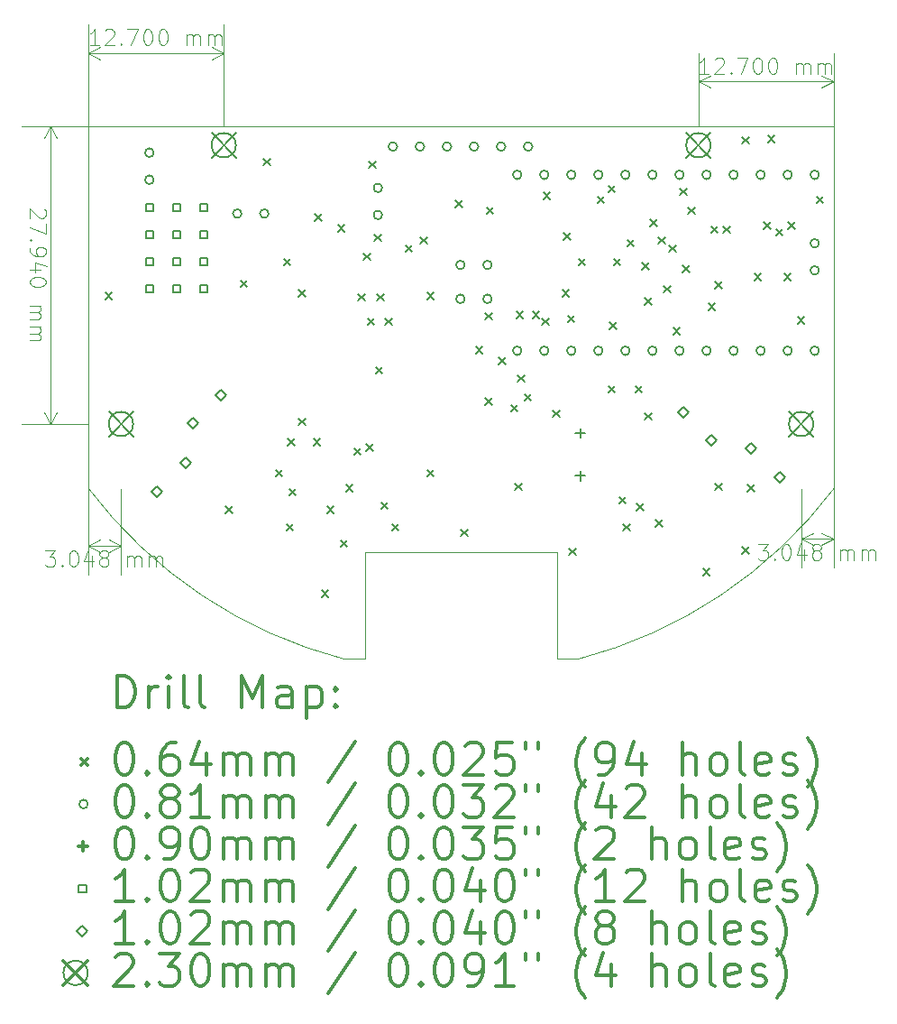
<source format=gbr>
G04 (created by PCBNEW (2013-07-07 BZR 4022)-stable) date 2/19/2015 5:21:26 AM*
%MOIN*%
G04 Gerber Fmt 3.4, Leading zero omitted, Abs format*
%FSLAX34Y34*%
G01*
G70*
G90*
G04 APERTURE LIST*
%ADD10C,0.005*%
%ADD11C,0.00393701*%
%ADD12C,0.00787402*%
%ADD13C,0.011811*%
G04 APERTURE END LIST*
G54D10*
G54D11*
X102367Y-58653D02*
G75*
G02X92910Y-64961I-13785J10425D01*
G74*
G01*
X92913Y-64960D02*
X92125Y-64960D01*
X84251Y-64960D02*
X85039Y-64960D01*
X85039Y-61023D02*
X92125Y-61023D01*
X74797Y-58653D02*
G75*
G03X84255Y-64961I13785J10425D01*
G74*
G01*
X92125Y-61023D02*
X92125Y-64960D01*
X85039Y-61023D02*
X85039Y-64960D01*
X74803Y-58661D02*
X74803Y-45275D01*
X102362Y-45275D02*
X102362Y-58661D01*
X74803Y-45275D02*
X102362Y-45275D01*
G54D12*
X75425Y-51425D02*
X75675Y-51675D01*
X75675Y-51425D02*
X75425Y-51675D01*
X79875Y-59325D02*
X80125Y-59575D01*
X80125Y-59325D02*
X79875Y-59575D01*
X80425Y-50975D02*
X80675Y-51225D01*
X80675Y-50975D02*
X80425Y-51225D01*
X81275Y-46475D02*
X81525Y-46725D01*
X81525Y-46475D02*
X81275Y-46725D01*
X81725Y-57975D02*
X81975Y-58225D01*
X81975Y-57975D02*
X81725Y-58225D01*
X82025Y-50175D02*
X82275Y-50425D01*
X82275Y-50175D02*
X82025Y-50425D01*
X82125Y-59975D02*
X82375Y-60225D01*
X82375Y-59975D02*
X82125Y-60225D01*
X82175Y-56825D02*
X82425Y-57075D01*
X82425Y-56825D02*
X82175Y-57075D01*
X82225Y-58675D02*
X82475Y-58925D01*
X82475Y-58675D02*
X82225Y-58925D01*
X82575Y-51325D02*
X82825Y-51575D01*
X82825Y-51325D02*
X82575Y-51575D01*
X82575Y-56075D02*
X82825Y-56325D01*
X82825Y-56075D02*
X82575Y-56325D01*
X83125Y-56825D02*
X83375Y-57075D01*
X83375Y-56825D02*
X83125Y-57075D01*
X83175Y-48525D02*
X83425Y-48775D01*
X83425Y-48525D02*
X83175Y-48775D01*
X83425Y-62425D02*
X83675Y-62675D01*
X83675Y-62425D02*
X83425Y-62675D01*
X83625Y-59325D02*
X83875Y-59575D01*
X83875Y-59325D02*
X83625Y-59575D01*
X84025Y-48925D02*
X84275Y-49175D01*
X84275Y-48925D02*
X84025Y-49175D01*
X84125Y-60575D02*
X84375Y-60825D01*
X84375Y-60575D02*
X84125Y-60825D01*
X84325Y-58525D02*
X84575Y-58775D01*
X84575Y-58525D02*
X84325Y-58775D01*
X84625Y-57175D02*
X84875Y-57425D01*
X84875Y-57175D02*
X84625Y-57425D01*
X84775Y-51475D02*
X85025Y-51725D01*
X85025Y-51475D02*
X84775Y-51725D01*
X84975Y-49975D02*
X85225Y-50225D01*
X85225Y-49975D02*
X84975Y-50225D01*
X85075Y-57025D02*
X85325Y-57275D01*
X85325Y-57025D02*
X85075Y-57275D01*
X85125Y-52375D02*
X85375Y-52625D01*
X85375Y-52375D02*
X85125Y-52625D01*
X85175Y-46575D02*
X85425Y-46825D01*
X85425Y-46575D02*
X85175Y-46825D01*
X85375Y-49275D02*
X85625Y-49525D01*
X85625Y-49275D02*
X85375Y-49525D01*
X85425Y-54175D02*
X85675Y-54425D01*
X85675Y-54175D02*
X85425Y-54425D01*
X85475Y-51475D02*
X85725Y-51725D01*
X85725Y-51475D02*
X85475Y-51725D01*
X85625Y-59175D02*
X85875Y-59425D01*
X85875Y-59175D02*
X85625Y-59425D01*
X85775Y-52375D02*
X86025Y-52625D01*
X86025Y-52375D02*
X85775Y-52625D01*
X86025Y-59975D02*
X86275Y-60225D01*
X86275Y-59975D02*
X86025Y-60225D01*
X86525Y-49675D02*
X86775Y-49925D01*
X86775Y-49675D02*
X86525Y-49925D01*
X87075Y-49375D02*
X87325Y-49625D01*
X87325Y-49375D02*
X87075Y-49625D01*
X87325Y-51425D02*
X87575Y-51675D01*
X87575Y-51425D02*
X87325Y-51675D01*
X87325Y-57975D02*
X87575Y-58225D01*
X87575Y-57975D02*
X87325Y-58225D01*
X88375Y-48025D02*
X88625Y-48275D01*
X88625Y-48025D02*
X88375Y-48275D01*
X88575Y-60175D02*
X88825Y-60425D01*
X88825Y-60175D02*
X88575Y-60425D01*
X89125Y-53425D02*
X89375Y-53675D01*
X89375Y-53425D02*
X89125Y-53675D01*
X89475Y-52175D02*
X89725Y-52425D01*
X89725Y-52175D02*
X89475Y-52425D01*
X89475Y-55325D02*
X89725Y-55575D01*
X89725Y-55325D02*
X89475Y-55575D01*
X89525Y-48275D02*
X89775Y-48525D01*
X89775Y-48275D02*
X89525Y-48525D01*
X89975Y-53825D02*
X90225Y-54075D01*
X90225Y-53825D02*
X89975Y-54075D01*
X90425Y-55575D02*
X90675Y-55825D01*
X90675Y-55575D02*
X90425Y-55825D01*
X90575Y-58475D02*
X90825Y-58725D01*
X90825Y-58475D02*
X90575Y-58725D01*
X90625Y-52125D02*
X90875Y-52375D01*
X90875Y-52125D02*
X90625Y-52375D01*
X90675Y-54475D02*
X90925Y-54725D01*
X90925Y-54475D02*
X90675Y-54725D01*
X90925Y-55175D02*
X91175Y-55425D01*
X91175Y-55175D02*
X90925Y-55425D01*
X91225Y-52125D02*
X91475Y-52375D01*
X91475Y-52125D02*
X91225Y-52375D01*
X91575Y-52375D02*
X91825Y-52625D01*
X91825Y-52375D02*
X91575Y-52625D01*
X91625Y-47725D02*
X91875Y-47975D01*
X91875Y-47725D02*
X91625Y-47975D01*
X91975Y-55775D02*
X92225Y-56025D01*
X92225Y-55775D02*
X91975Y-56025D01*
X92325Y-51325D02*
X92575Y-51575D01*
X92575Y-51325D02*
X92325Y-51575D01*
X92375Y-49225D02*
X92625Y-49475D01*
X92625Y-49225D02*
X92375Y-49475D01*
X92525Y-52275D02*
X92775Y-52525D01*
X92775Y-52275D02*
X92525Y-52525D01*
X92575Y-60875D02*
X92825Y-61125D01*
X92825Y-60875D02*
X92575Y-61125D01*
X92925Y-50175D02*
X93175Y-50425D01*
X93175Y-50175D02*
X92925Y-50425D01*
X93625Y-47875D02*
X93875Y-48125D01*
X93875Y-47875D02*
X93625Y-48125D01*
X94025Y-47475D02*
X94275Y-47725D01*
X94275Y-47475D02*
X94025Y-47725D01*
X94025Y-54875D02*
X94275Y-55125D01*
X94275Y-54875D02*
X94025Y-55125D01*
X94075Y-52525D02*
X94325Y-52775D01*
X94325Y-52525D02*
X94075Y-52775D01*
X94225Y-50175D02*
X94475Y-50425D01*
X94475Y-50175D02*
X94225Y-50425D01*
X94425Y-58975D02*
X94675Y-59225D01*
X94675Y-58975D02*
X94425Y-59225D01*
X94575Y-59975D02*
X94825Y-60225D01*
X94825Y-59975D02*
X94575Y-60225D01*
X94725Y-49475D02*
X94975Y-49725D01*
X94975Y-49475D02*
X94725Y-49725D01*
X95025Y-54875D02*
X95275Y-55125D01*
X95275Y-54875D02*
X95025Y-55125D01*
X95075Y-59225D02*
X95325Y-59475D01*
X95325Y-59225D02*
X95075Y-59475D01*
X95275Y-50325D02*
X95525Y-50575D01*
X95525Y-50325D02*
X95275Y-50575D01*
X95375Y-51625D02*
X95625Y-51875D01*
X95625Y-51625D02*
X95375Y-51875D01*
X95375Y-55875D02*
X95625Y-56125D01*
X95625Y-55875D02*
X95375Y-56125D01*
X95575Y-48725D02*
X95825Y-48975D01*
X95825Y-48725D02*
X95575Y-48975D01*
X95775Y-59825D02*
X96025Y-60075D01*
X96025Y-59825D02*
X95775Y-60075D01*
X95875Y-49375D02*
X96125Y-49625D01*
X96125Y-49375D02*
X95875Y-49625D01*
X96075Y-51175D02*
X96325Y-51425D01*
X96325Y-51175D02*
X96075Y-51425D01*
X96275Y-49675D02*
X96525Y-49925D01*
X96525Y-49675D02*
X96275Y-49925D01*
X96425Y-52725D02*
X96675Y-52975D01*
X96675Y-52725D02*
X96425Y-52975D01*
X96675Y-47575D02*
X96925Y-47825D01*
X96925Y-47575D02*
X96675Y-47825D01*
X96775Y-50425D02*
X97025Y-50675D01*
X97025Y-50425D02*
X96775Y-50675D01*
X96975Y-48275D02*
X97225Y-48525D01*
X97225Y-48275D02*
X96975Y-48525D01*
X97525Y-61625D02*
X97775Y-61875D01*
X97775Y-61625D02*
X97525Y-61875D01*
X97725Y-51825D02*
X97975Y-52075D01*
X97975Y-51825D02*
X97725Y-52075D01*
X97825Y-48975D02*
X98075Y-49225D01*
X98075Y-48975D02*
X97825Y-49225D01*
X97975Y-51025D02*
X98225Y-51275D01*
X98225Y-51025D02*
X97975Y-51275D01*
X97975Y-58475D02*
X98225Y-58725D01*
X98225Y-58475D02*
X97975Y-58725D01*
X98275Y-48975D02*
X98525Y-49225D01*
X98525Y-48975D02*
X98275Y-49225D01*
X98975Y-45675D02*
X99225Y-45925D01*
X99225Y-45675D02*
X98975Y-45925D01*
X98975Y-60825D02*
X99225Y-61075D01*
X99225Y-60825D02*
X98975Y-61075D01*
X99175Y-58525D02*
X99425Y-58775D01*
X99425Y-58525D02*
X99175Y-58775D01*
X99425Y-50725D02*
X99675Y-50975D01*
X99675Y-50725D02*
X99425Y-50975D01*
X99775Y-48825D02*
X100025Y-49075D01*
X100025Y-48825D02*
X99775Y-49075D01*
X99925Y-45625D02*
X100175Y-45875D01*
X100175Y-45625D02*
X99925Y-45875D01*
X100225Y-49075D02*
X100475Y-49325D01*
X100475Y-49075D02*
X100225Y-49325D01*
X100525Y-50725D02*
X100775Y-50975D01*
X100775Y-50725D02*
X100525Y-50975D01*
X100675Y-48825D02*
X100925Y-49075D01*
X100925Y-48825D02*
X100675Y-49075D01*
X101025Y-52325D02*
X101275Y-52575D01*
X101275Y-52325D02*
X101025Y-52575D01*
X101725Y-47875D02*
X101975Y-48125D01*
X101975Y-47875D02*
X101725Y-48125D01*
X77210Y-46250D02*
G75*
G03X77210Y-46250I-160J0D01*
G74*
G01*
X77210Y-47250D02*
G75*
G03X77210Y-47250I-160J0D01*
G74*
G01*
X80460Y-48500D02*
G75*
G03X80460Y-48500I-160J0D01*
G74*
G01*
X81460Y-48500D02*
G75*
G03X81460Y-48500I-160J0D01*
G74*
G01*
X85660Y-47550D02*
G75*
G03X85660Y-47550I-160J0D01*
G74*
G01*
X85660Y-48550D02*
G75*
G03X85660Y-48550I-160J0D01*
G74*
G01*
X86213Y-46025D02*
G75*
G03X86213Y-46025I-160J0D01*
G74*
G01*
X87213Y-46025D02*
G75*
G03X87213Y-46025I-160J0D01*
G74*
G01*
X88213Y-46025D02*
G75*
G03X88213Y-46025I-160J0D01*
G74*
G01*
X88710Y-50400D02*
G75*
G03X88710Y-50400I-160J0D01*
G74*
G01*
X88710Y-51650D02*
G75*
G03X88710Y-51650I-160J0D01*
G74*
G01*
X89213Y-46025D02*
G75*
G03X89213Y-46025I-160J0D01*
G74*
G01*
X89710Y-50400D02*
G75*
G03X89710Y-50400I-160J0D01*
G74*
G01*
X89710Y-51650D02*
G75*
G03X89710Y-51650I-160J0D01*
G74*
G01*
X90213Y-46025D02*
G75*
G03X90213Y-46025I-160J0D01*
G74*
G01*
X90810Y-47071D02*
G75*
G03X90810Y-47071I-160J0D01*
G74*
G01*
X90810Y-53571D02*
G75*
G03X90810Y-53571I-160J0D01*
G74*
G01*
X91213Y-46025D02*
G75*
G03X91213Y-46025I-160J0D01*
G74*
G01*
X91810Y-47071D02*
G75*
G03X91810Y-47071I-160J0D01*
G74*
G01*
X91810Y-53571D02*
G75*
G03X91810Y-53571I-160J0D01*
G74*
G01*
X92810Y-47071D02*
G75*
G03X92810Y-47071I-160J0D01*
G74*
G01*
X92810Y-53571D02*
G75*
G03X92810Y-53571I-160J0D01*
G74*
G01*
X93810Y-47071D02*
G75*
G03X93810Y-47071I-160J0D01*
G74*
G01*
X93810Y-53571D02*
G75*
G03X93810Y-53571I-160J0D01*
G74*
G01*
X94810Y-47071D02*
G75*
G03X94810Y-47071I-160J0D01*
G74*
G01*
X94810Y-53571D02*
G75*
G03X94810Y-53571I-160J0D01*
G74*
G01*
X95810Y-47071D02*
G75*
G03X95810Y-47071I-160J0D01*
G74*
G01*
X95810Y-53571D02*
G75*
G03X95810Y-53571I-160J0D01*
G74*
G01*
X96810Y-47071D02*
G75*
G03X96810Y-47071I-160J0D01*
G74*
G01*
X96810Y-53571D02*
G75*
G03X96810Y-53571I-160J0D01*
G74*
G01*
X97810Y-47071D02*
G75*
G03X97810Y-47071I-160J0D01*
G74*
G01*
X97810Y-53571D02*
G75*
G03X97810Y-53571I-160J0D01*
G74*
G01*
X98810Y-47071D02*
G75*
G03X98810Y-47071I-160J0D01*
G74*
G01*
X98810Y-53571D02*
G75*
G03X98810Y-53571I-160J0D01*
G74*
G01*
X99810Y-47071D02*
G75*
G03X99810Y-47071I-160J0D01*
G74*
G01*
X99810Y-53571D02*
G75*
G03X99810Y-53571I-160J0D01*
G74*
G01*
X100810Y-47071D02*
G75*
G03X100810Y-47071I-160J0D01*
G74*
G01*
X100810Y-53571D02*
G75*
G03X100810Y-53571I-160J0D01*
G74*
G01*
X101810Y-49600D02*
G75*
G03X101810Y-49600I-160J0D01*
G74*
G01*
X101810Y-50600D02*
G75*
G03X101810Y-50600I-160J0D01*
G74*
G01*
X101810Y-47071D02*
G75*
G03X101810Y-47071I-160J0D01*
G74*
G01*
X101810Y-53571D02*
G75*
G03X101810Y-53571I-160J0D01*
G74*
G01*
X92987Y-56435D02*
X92987Y-56789D01*
X92809Y-56612D02*
X93164Y-56612D01*
X92987Y-58010D02*
X92987Y-58364D01*
X92809Y-58187D02*
X93164Y-58187D01*
X77194Y-48417D02*
X77194Y-48134D01*
X76911Y-48134D01*
X76911Y-48417D01*
X77194Y-48417D01*
X77194Y-49417D02*
X77194Y-49134D01*
X76911Y-49134D01*
X76911Y-49417D01*
X77194Y-49417D01*
X77194Y-50417D02*
X77194Y-50134D01*
X76911Y-50134D01*
X76911Y-50417D01*
X77194Y-50417D01*
X77194Y-51417D02*
X77194Y-51134D01*
X76911Y-51134D01*
X76911Y-51417D01*
X77194Y-51417D01*
X78194Y-48417D02*
X78194Y-48134D01*
X77911Y-48134D01*
X77911Y-48417D01*
X78194Y-48417D01*
X78194Y-49417D02*
X78194Y-49134D01*
X77911Y-49134D01*
X77911Y-49417D01*
X78194Y-49417D01*
X78194Y-50417D02*
X78194Y-50134D01*
X77911Y-50134D01*
X77911Y-50417D01*
X78194Y-50417D01*
X78194Y-51417D02*
X78194Y-51134D01*
X77911Y-51134D01*
X77911Y-51417D01*
X78194Y-51417D01*
X79194Y-48417D02*
X79194Y-48134D01*
X78911Y-48134D01*
X78911Y-48417D01*
X79194Y-48417D01*
X79194Y-49417D02*
X79194Y-49134D01*
X78911Y-49134D01*
X78911Y-49417D01*
X79194Y-49417D01*
X79194Y-50417D02*
X79194Y-50134D01*
X78911Y-50134D01*
X78911Y-50417D01*
X79194Y-50417D01*
X79194Y-51417D02*
X79194Y-51134D01*
X78911Y-51134D01*
X78911Y-51417D01*
X79194Y-51417D01*
X77313Y-58969D02*
X77513Y-58768D01*
X77313Y-58567D01*
X77112Y-58768D01*
X77313Y-58969D01*
X78384Y-57897D02*
X78585Y-57696D01*
X78384Y-57496D01*
X78184Y-57696D01*
X78384Y-57897D01*
X78668Y-56450D02*
X78869Y-56249D01*
X78668Y-56048D01*
X78468Y-56249D01*
X78668Y-56450D01*
X79698Y-55420D02*
X79899Y-55219D01*
X79698Y-55018D01*
X79498Y-55219D01*
X79698Y-55420D01*
X96807Y-56054D02*
X97008Y-55854D01*
X96807Y-55653D01*
X96607Y-55854D01*
X96807Y-56054D01*
X97837Y-57085D02*
X98038Y-56884D01*
X97837Y-56683D01*
X97637Y-56884D01*
X97837Y-57085D01*
X99285Y-57368D02*
X99486Y-57168D01*
X99285Y-56967D01*
X99084Y-57168D01*
X99285Y-57368D01*
X100357Y-58440D02*
X100558Y-58239D01*
X100357Y-58039D01*
X100156Y-58239D01*
X100357Y-58440D01*
X75547Y-55822D02*
X76452Y-56727D01*
X76452Y-55822D02*
X75547Y-56727D01*
X76452Y-56275D02*
G75*
G03X76452Y-56275I-452J0D01*
G74*
G01*
X79347Y-45522D02*
X80252Y-46427D01*
X80252Y-45522D02*
X79347Y-46427D01*
X80252Y-45975D02*
G75*
G03X80252Y-45975I-452J0D01*
G74*
G01*
X96897Y-45522D02*
X97802Y-46427D01*
X97802Y-45522D02*
X96897Y-46427D01*
X97802Y-45975D02*
G75*
G03X97802Y-45975I-452J0D01*
G74*
G01*
X100697Y-55822D02*
X101602Y-56727D01*
X101602Y-55822D02*
X100697Y-56727D01*
X101602Y-56275D02*
G75*
G03X101602Y-56275I-452J0D01*
G74*
G01*
G54D13*
X75844Y-66757D02*
X75844Y-65576D01*
X76125Y-65576D01*
X76294Y-65632D01*
X76406Y-65745D01*
X76463Y-65857D01*
X76519Y-66082D01*
X76519Y-66251D01*
X76463Y-66476D01*
X76406Y-66588D01*
X76294Y-66701D01*
X76125Y-66757D01*
X75844Y-66757D01*
X77025Y-66757D02*
X77025Y-65970D01*
X77025Y-66195D02*
X77081Y-66082D01*
X77138Y-66026D01*
X77250Y-65970D01*
X77362Y-65970D01*
X77756Y-66757D02*
X77756Y-65970D01*
X77756Y-65576D02*
X77700Y-65632D01*
X77756Y-65688D01*
X77812Y-65632D01*
X77756Y-65576D01*
X77756Y-65688D01*
X78487Y-66757D02*
X78375Y-66701D01*
X78319Y-66588D01*
X78319Y-65576D01*
X79106Y-66757D02*
X78994Y-66701D01*
X78937Y-66588D01*
X78937Y-65576D01*
X80456Y-66757D02*
X80456Y-65576D01*
X80850Y-66420D01*
X81243Y-65576D01*
X81243Y-66757D01*
X82312Y-66757D02*
X82312Y-66138D01*
X82256Y-66026D01*
X82143Y-65970D01*
X81918Y-65970D01*
X81806Y-66026D01*
X82312Y-66701D02*
X82199Y-66757D01*
X81918Y-66757D01*
X81806Y-66701D01*
X81749Y-66588D01*
X81749Y-66476D01*
X81806Y-66363D01*
X81918Y-66307D01*
X82199Y-66307D01*
X82312Y-66251D01*
X82874Y-65970D02*
X82874Y-67151D01*
X82874Y-66026D02*
X82987Y-65970D01*
X83212Y-65970D01*
X83324Y-66026D01*
X83380Y-66082D01*
X83437Y-66195D01*
X83437Y-66532D01*
X83380Y-66645D01*
X83324Y-66701D01*
X83212Y-66757D01*
X82987Y-66757D01*
X82874Y-66701D01*
X83943Y-66645D02*
X83999Y-66701D01*
X83943Y-66757D01*
X83887Y-66701D01*
X83943Y-66645D01*
X83943Y-66757D01*
X83943Y-66026D02*
X83999Y-66082D01*
X83943Y-66138D01*
X83887Y-66082D01*
X83943Y-66026D01*
X83943Y-66138D01*
X74525Y-68634D02*
X74775Y-68884D01*
X74775Y-68634D02*
X74525Y-68884D01*
X76069Y-68056D02*
X76181Y-68056D01*
X76294Y-68113D01*
X76350Y-68169D01*
X76406Y-68281D01*
X76463Y-68506D01*
X76463Y-68787D01*
X76406Y-69012D01*
X76350Y-69125D01*
X76294Y-69181D01*
X76181Y-69237D01*
X76069Y-69237D01*
X75956Y-69181D01*
X75900Y-69125D01*
X75844Y-69012D01*
X75788Y-68787D01*
X75788Y-68506D01*
X75844Y-68281D01*
X75900Y-68169D01*
X75956Y-68113D01*
X76069Y-68056D01*
X76969Y-69125D02*
X77025Y-69181D01*
X76969Y-69237D01*
X76913Y-69181D01*
X76969Y-69125D01*
X76969Y-69237D01*
X78037Y-68056D02*
X77812Y-68056D01*
X77700Y-68113D01*
X77644Y-68169D01*
X77531Y-68338D01*
X77475Y-68562D01*
X77475Y-69012D01*
X77531Y-69125D01*
X77587Y-69181D01*
X77700Y-69237D01*
X77925Y-69237D01*
X78037Y-69181D01*
X78094Y-69125D01*
X78150Y-69012D01*
X78150Y-68731D01*
X78094Y-68619D01*
X78037Y-68562D01*
X77925Y-68506D01*
X77700Y-68506D01*
X77587Y-68562D01*
X77531Y-68619D01*
X77475Y-68731D01*
X79162Y-68450D02*
X79162Y-69237D01*
X78881Y-68000D02*
X78600Y-68844D01*
X79331Y-68844D01*
X79781Y-69237D02*
X79781Y-68450D01*
X79781Y-68562D02*
X79837Y-68506D01*
X79950Y-68450D01*
X80118Y-68450D01*
X80231Y-68506D01*
X80287Y-68619D01*
X80287Y-69237D01*
X80287Y-68619D02*
X80343Y-68506D01*
X80456Y-68450D01*
X80625Y-68450D01*
X80737Y-68506D01*
X80793Y-68619D01*
X80793Y-69237D01*
X81356Y-69237D02*
X81356Y-68450D01*
X81356Y-68562D02*
X81412Y-68506D01*
X81524Y-68450D01*
X81693Y-68450D01*
X81806Y-68506D01*
X81862Y-68619D01*
X81862Y-69237D01*
X81862Y-68619D02*
X81918Y-68506D01*
X82031Y-68450D01*
X82199Y-68450D01*
X82312Y-68506D01*
X82368Y-68619D01*
X82368Y-69237D01*
X84674Y-68000D02*
X83662Y-69519D01*
X86193Y-68056D02*
X86305Y-68056D01*
X86418Y-68113D01*
X86474Y-68169D01*
X86530Y-68281D01*
X86586Y-68506D01*
X86586Y-68787D01*
X86530Y-69012D01*
X86474Y-69125D01*
X86418Y-69181D01*
X86305Y-69237D01*
X86193Y-69237D01*
X86080Y-69181D01*
X86024Y-69125D01*
X85968Y-69012D01*
X85911Y-68787D01*
X85911Y-68506D01*
X85968Y-68281D01*
X86024Y-68169D01*
X86080Y-68113D01*
X86193Y-68056D01*
X87093Y-69125D02*
X87149Y-69181D01*
X87093Y-69237D01*
X87036Y-69181D01*
X87093Y-69125D01*
X87093Y-69237D01*
X87880Y-68056D02*
X87992Y-68056D01*
X88105Y-68113D01*
X88161Y-68169D01*
X88217Y-68281D01*
X88274Y-68506D01*
X88274Y-68787D01*
X88217Y-69012D01*
X88161Y-69125D01*
X88105Y-69181D01*
X87992Y-69237D01*
X87880Y-69237D01*
X87767Y-69181D01*
X87711Y-69125D01*
X87655Y-69012D01*
X87599Y-68787D01*
X87599Y-68506D01*
X87655Y-68281D01*
X87711Y-68169D01*
X87767Y-68113D01*
X87880Y-68056D01*
X88724Y-68169D02*
X88780Y-68113D01*
X88892Y-68056D01*
X89174Y-68056D01*
X89286Y-68113D01*
X89342Y-68169D01*
X89398Y-68281D01*
X89398Y-68394D01*
X89342Y-68562D01*
X88667Y-69237D01*
X89398Y-69237D01*
X90467Y-68056D02*
X89905Y-68056D01*
X89848Y-68619D01*
X89905Y-68562D01*
X90017Y-68506D01*
X90298Y-68506D01*
X90411Y-68562D01*
X90467Y-68619D01*
X90523Y-68731D01*
X90523Y-69012D01*
X90467Y-69125D01*
X90411Y-69181D01*
X90298Y-69237D01*
X90017Y-69237D01*
X89905Y-69181D01*
X89848Y-69125D01*
X90973Y-68056D02*
X90973Y-68281D01*
X91423Y-68056D02*
X91423Y-68281D01*
X93167Y-69687D02*
X93111Y-69631D01*
X92998Y-69462D01*
X92942Y-69350D01*
X92886Y-69181D01*
X92829Y-68900D01*
X92829Y-68675D01*
X92886Y-68394D01*
X92942Y-68225D01*
X92998Y-68113D01*
X93111Y-67944D01*
X93167Y-67888D01*
X93673Y-69237D02*
X93898Y-69237D01*
X94010Y-69181D01*
X94067Y-69125D01*
X94179Y-68956D01*
X94235Y-68731D01*
X94235Y-68281D01*
X94179Y-68169D01*
X94123Y-68113D01*
X94010Y-68056D01*
X93785Y-68056D01*
X93673Y-68113D01*
X93617Y-68169D01*
X93560Y-68281D01*
X93560Y-68562D01*
X93617Y-68675D01*
X93673Y-68731D01*
X93785Y-68787D01*
X94010Y-68787D01*
X94123Y-68731D01*
X94179Y-68675D01*
X94235Y-68562D01*
X95248Y-68450D02*
X95248Y-69237D01*
X94967Y-68000D02*
X94685Y-68844D01*
X95416Y-68844D01*
X96766Y-69237D02*
X96766Y-68056D01*
X97273Y-69237D02*
X97273Y-68619D01*
X97216Y-68506D01*
X97104Y-68450D01*
X96935Y-68450D01*
X96823Y-68506D01*
X96766Y-68562D01*
X98004Y-69237D02*
X97891Y-69181D01*
X97835Y-69125D01*
X97779Y-69012D01*
X97779Y-68675D01*
X97835Y-68562D01*
X97891Y-68506D01*
X98004Y-68450D01*
X98172Y-68450D01*
X98285Y-68506D01*
X98341Y-68562D01*
X98397Y-68675D01*
X98397Y-69012D01*
X98341Y-69125D01*
X98285Y-69181D01*
X98172Y-69237D01*
X98004Y-69237D01*
X99072Y-69237D02*
X98960Y-69181D01*
X98904Y-69069D01*
X98904Y-68056D01*
X99972Y-69181D02*
X99860Y-69237D01*
X99635Y-69237D01*
X99522Y-69181D01*
X99466Y-69069D01*
X99466Y-68619D01*
X99522Y-68506D01*
X99635Y-68450D01*
X99860Y-68450D01*
X99972Y-68506D01*
X100028Y-68619D01*
X100028Y-68731D01*
X99466Y-68844D01*
X100478Y-69181D02*
X100591Y-69237D01*
X100816Y-69237D01*
X100928Y-69181D01*
X100985Y-69069D01*
X100985Y-69012D01*
X100928Y-68900D01*
X100816Y-68844D01*
X100647Y-68844D01*
X100535Y-68787D01*
X100478Y-68675D01*
X100478Y-68619D01*
X100535Y-68506D01*
X100647Y-68450D01*
X100816Y-68450D01*
X100928Y-68506D01*
X101378Y-69687D02*
X101434Y-69631D01*
X101547Y-69462D01*
X101603Y-69350D01*
X101659Y-69181D01*
X101716Y-68900D01*
X101716Y-68675D01*
X101659Y-68394D01*
X101603Y-68225D01*
X101547Y-68113D01*
X101434Y-67944D01*
X101378Y-67888D01*
G54D12*
X74775Y-70318D02*
G75*
G03X74775Y-70318I-160J0D01*
G74*
G01*
G54D13*
X76069Y-69615D02*
X76181Y-69615D01*
X76294Y-69672D01*
X76350Y-69728D01*
X76406Y-69840D01*
X76463Y-70065D01*
X76463Y-70347D01*
X76406Y-70571D01*
X76350Y-70684D01*
X76294Y-70740D01*
X76181Y-70796D01*
X76069Y-70796D01*
X75956Y-70740D01*
X75900Y-70684D01*
X75844Y-70571D01*
X75788Y-70347D01*
X75788Y-70065D01*
X75844Y-69840D01*
X75900Y-69728D01*
X75956Y-69672D01*
X76069Y-69615D01*
X76969Y-70684D02*
X77025Y-70740D01*
X76969Y-70796D01*
X76913Y-70740D01*
X76969Y-70684D01*
X76969Y-70796D01*
X77700Y-70122D02*
X77587Y-70065D01*
X77531Y-70009D01*
X77475Y-69897D01*
X77475Y-69840D01*
X77531Y-69728D01*
X77587Y-69672D01*
X77700Y-69615D01*
X77925Y-69615D01*
X78037Y-69672D01*
X78094Y-69728D01*
X78150Y-69840D01*
X78150Y-69897D01*
X78094Y-70009D01*
X78037Y-70065D01*
X77925Y-70122D01*
X77700Y-70122D01*
X77587Y-70178D01*
X77531Y-70234D01*
X77475Y-70347D01*
X77475Y-70571D01*
X77531Y-70684D01*
X77587Y-70740D01*
X77700Y-70796D01*
X77925Y-70796D01*
X78037Y-70740D01*
X78094Y-70684D01*
X78150Y-70571D01*
X78150Y-70347D01*
X78094Y-70234D01*
X78037Y-70178D01*
X77925Y-70122D01*
X79275Y-70796D02*
X78600Y-70796D01*
X78937Y-70796D02*
X78937Y-69615D01*
X78825Y-69784D01*
X78712Y-69897D01*
X78600Y-69953D01*
X79781Y-70796D02*
X79781Y-70009D01*
X79781Y-70122D02*
X79837Y-70065D01*
X79950Y-70009D01*
X80118Y-70009D01*
X80231Y-70065D01*
X80287Y-70178D01*
X80287Y-70796D01*
X80287Y-70178D02*
X80343Y-70065D01*
X80456Y-70009D01*
X80625Y-70009D01*
X80737Y-70065D01*
X80793Y-70178D01*
X80793Y-70796D01*
X81356Y-70796D02*
X81356Y-70009D01*
X81356Y-70122D02*
X81412Y-70065D01*
X81524Y-70009D01*
X81693Y-70009D01*
X81806Y-70065D01*
X81862Y-70178D01*
X81862Y-70796D01*
X81862Y-70178D02*
X81918Y-70065D01*
X82031Y-70009D01*
X82199Y-70009D01*
X82312Y-70065D01*
X82368Y-70178D01*
X82368Y-70796D01*
X84674Y-69559D02*
X83662Y-71078D01*
X86193Y-69615D02*
X86305Y-69615D01*
X86418Y-69672D01*
X86474Y-69728D01*
X86530Y-69840D01*
X86586Y-70065D01*
X86586Y-70347D01*
X86530Y-70571D01*
X86474Y-70684D01*
X86418Y-70740D01*
X86305Y-70796D01*
X86193Y-70796D01*
X86080Y-70740D01*
X86024Y-70684D01*
X85968Y-70571D01*
X85911Y-70347D01*
X85911Y-70065D01*
X85968Y-69840D01*
X86024Y-69728D01*
X86080Y-69672D01*
X86193Y-69615D01*
X87093Y-70684D02*
X87149Y-70740D01*
X87093Y-70796D01*
X87036Y-70740D01*
X87093Y-70684D01*
X87093Y-70796D01*
X87880Y-69615D02*
X87992Y-69615D01*
X88105Y-69672D01*
X88161Y-69728D01*
X88217Y-69840D01*
X88274Y-70065D01*
X88274Y-70347D01*
X88217Y-70571D01*
X88161Y-70684D01*
X88105Y-70740D01*
X87992Y-70796D01*
X87880Y-70796D01*
X87767Y-70740D01*
X87711Y-70684D01*
X87655Y-70571D01*
X87599Y-70347D01*
X87599Y-70065D01*
X87655Y-69840D01*
X87711Y-69728D01*
X87767Y-69672D01*
X87880Y-69615D01*
X88667Y-69615D02*
X89398Y-69615D01*
X89005Y-70065D01*
X89174Y-70065D01*
X89286Y-70122D01*
X89342Y-70178D01*
X89398Y-70290D01*
X89398Y-70571D01*
X89342Y-70684D01*
X89286Y-70740D01*
X89174Y-70796D01*
X88836Y-70796D01*
X88724Y-70740D01*
X88667Y-70684D01*
X89848Y-69728D02*
X89905Y-69672D01*
X90017Y-69615D01*
X90298Y-69615D01*
X90411Y-69672D01*
X90467Y-69728D01*
X90523Y-69840D01*
X90523Y-69953D01*
X90467Y-70122D01*
X89792Y-70796D01*
X90523Y-70796D01*
X90973Y-69615D02*
X90973Y-69840D01*
X91423Y-69615D02*
X91423Y-69840D01*
X93167Y-71246D02*
X93111Y-71190D01*
X92998Y-71021D01*
X92942Y-70909D01*
X92886Y-70740D01*
X92829Y-70459D01*
X92829Y-70234D01*
X92886Y-69953D01*
X92942Y-69784D01*
X92998Y-69672D01*
X93111Y-69503D01*
X93167Y-69447D01*
X94123Y-70009D02*
X94123Y-70796D01*
X93842Y-69559D02*
X93560Y-70403D01*
X94292Y-70403D01*
X94685Y-69728D02*
X94742Y-69672D01*
X94854Y-69615D01*
X95135Y-69615D01*
X95248Y-69672D01*
X95304Y-69728D01*
X95360Y-69840D01*
X95360Y-69953D01*
X95304Y-70122D01*
X94629Y-70796D01*
X95360Y-70796D01*
X96766Y-70796D02*
X96766Y-69615D01*
X97273Y-70796D02*
X97273Y-70178D01*
X97216Y-70065D01*
X97104Y-70009D01*
X96935Y-70009D01*
X96823Y-70065D01*
X96766Y-70122D01*
X98004Y-70796D02*
X97891Y-70740D01*
X97835Y-70684D01*
X97779Y-70571D01*
X97779Y-70234D01*
X97835Y-70122D01*
X97891Y-70065D01*
X98004Y-70009D01*
X98172Y-70009D01*
X98285Y-70065D01*
X98341Y-70122D01*
X98397Y-70234D01*
X98397Y-70571D01*
X98341Y-70684D01*
X98285Y-70740D01*
X98172Y-70796D01*
X98004Y-70796D01*
X99072Y-70796D02*
X98960Y-70740D01*
X98904Y-70628D01*
X98904Y-69615D01*
X99972Y-70740D02*
X99860Y-70796D01*
X99635Y-70796D01*
X99522Y-70740D01*
X99466Y-70628D01*
X99466Y-70178D01*
X99522Y-70065D01*
X99635Y-70009D01*
X99860Y-70009D01*
X99972Y-70065D01*
X100028Y-70178D01*
X100028Y-70290D01*
X99466Y-70403D01*
X100478Y-70740D02*
X100591Y-70796D01*
X100816Y-70796D01*
X100928Y-70740D01*
X100985Y-70628D01*
X100985Y-70571D01*
X100928Y-70459D01*
X100816Y-70403D01*
X100647Y-70403D01*
X100535Y-70347D01*
X100478Y-70234D01*
X100478Y-70178D01*
X100535Y-70065D01*
X100647Y-70009D01*
X100816Y-70009D01*
X100928Y-70065D01*
X101378Y-71246D02*
X101434Y-71190D01*
X101547Y-71021D01*
X101603Y-70909D01*
X101659Y-70740D01*
X101716Y-70459D01*
X101716Y-70234D01*
X101659Y-69953D01*
X101603Y-69784D01*
X101547Y-69672D01*
X101434Y-69503D01*
X101378Y-69447D01*
X74598Y-71700D02*
X74598Y-72055D01*
X74421Y-71877D02*
X74775Y-71877D01*
X76069Y-71174D02*
X76181Y-71174D01*
X76294Y-71231D01*
X76350Y-71287D01*
X76406Y-71399D01*
X76463Y-71624D01*
X76463Y-71906D01*
X76406Y-72131D01*
X76350Y-72243D01*
X76294Y-72299D01*
X76181Y-72356D01*
X76069Y-72356D01*
X75956Y-72299D01*
X75900Y-72243D01*
X75844Y-72131D01*
X75788Y-71906D01*
X75788Y-71624D01*
X75844Y-71399D01*
X75900Y-71287D01*
X75956Y-71231D01*
X76069Y-71174D01*
X76969Y-72243D02*
X77025Y-72299D01*
X76969Y-72356D01*
X76913Y-72299D01*
X76969Y-72243D01*
X76969Y-72356D01*
X77587Y-72356D02*
X77812Y-72356D01*
X77925Y-72299D01*
X77981Y-72243D01*
X78094Y-72074D01*
X78150Y-71849D01*
X78150Y-71399D01*
X78094Y-71287D01*
X78037Y-71231D01*
X77925Y-71174D01*
X77700Y-71174D01*
X77587Y-71231D01*
X77531Y-71287D01*
X77475Y-71399D01*
X77475Y-71681D01*
X77531Y-71793D01*
X77587Y-71849D01*
X77700Y-71906D01*
X77925Y-71906D01*
X78037Y-71849D01*
X78094Y-71793D01*
X78150Y-71681D01*
X78881Y-71174D02*
X78994Y-71174D01*
X79106Y-71231D01*
X79162Y-71287D01*
X79219Y-71399D01*
X79275Y-71624D01*
X79275Y-71906D01*
X79219Y-72131D01*
X79162Y-72243D01*
X79106Y-72299D01*
X78994Y-72356D01*
X78881Y-72356D01*
X78769Y-72299D01*
X78712Y-72243D01*
X78656Y-72131D01*
X78600Y-71906D01*
X78600Y-71624D01*
X78656Y-71399D01*
X78712Y-71287D01*
X78769Y-71231D01*
X78881Y-71174D01*
X79781Y-72356D02*
X79781Y-71568D01*
X79781Y-71681D02*
X79837Y-71624D01*
X79950Y-71568D01*
X80118Y-71568D01*
X80231Y-71624D01*
X80287Y-71737D01*
X80287Y-72356D01*
X80287Y-71737D02*
X80343Y-71624D01*
X80456Y-71568D01*
X80625Y-71568D01*
X80737Y-71624D01*
X80793Y-71737D01*
X80793Y-72356D01*
X81356Y-72356D02*
X81356Y-71568D01*
X81356Y-71681D02*
X81412Y-71624D01*
X81524Y-71568D01*
X81693Y-71568D01*
X81806Y-71624D01*
X81862Y-71737D01*
X81862Y-72356D01*
X81862Y-71737D02*
X81918Y-71624D01*
X82031Y-71568D01*
X82199Y-71568D01*
X82312Y-71624D01*
X82368Y-71737D01*
X82368Y-72356D01*
X84674Y-71118D02*
X83662Y-72637D01*
X86193Y-71174D02*
X86305Y-71174D01*
X86418Y-71231D01*
X86474Y-71287D01*
X86530Y-71399D01*
X86586Y-71624D01*
X86586Y-71906D01*
X86530Y-72131D01*
X86474Y-72243D01*
X86418Y-72299D01*
X86305Y-72356D01*
X86193Y-72356D01*
X86080Y-72299D01*
X86024Y-72243D01*
X85968Y-72131D01*
X85911Y-71906D01*
X85911Y-71624D01*
X85968Y-71399D01*
X86024Y-71287D01*
X86080Y-71231D01*
X86193Y-71174D01*
X87093Y-72243D02*
X87149Y-72299D01*
X87093Y-72356D01*
X87036Y-72299D01*
X87093Y-72243D01*
X87093Y-72356D01*
X87880Y-71174D02*
X87992Y-71174D01*
X88105Y-71231D01*
X88161Y-71287D01*
X88217Y-71399D01*
X88274Y-71624D01*
X88274Y-71906D01*
X88217Y-72131D01*
X88161Y-72243D01*
X88105Y-72299D01*
X87992Y-72356D01*
X87880Y-72356D01*
X87767Y-72299D01*
X87711Y-72243D01*
X87655Y-72131D01*
X87599Y-71906D01*
X87599Y-71624D01*
X87655Y-71399D01*
X87711Y-71287D01*
X87767Y-71231D01*
X87880Y-71174D01*
X88667Y-71174D02*
X89398Y-71174D01*
X89005Y-71624D01*
X89174Y-71624D01*
X89286Y-71681D01*
X89342Y-71737D01*
X89398Y-71849D01*
X89398Y-72131D01*
X89342Y-72243D01*
X89286Y-72299D01*
X89174Y-72356D01*
X88836Y-72356D01*
X88724Y-72299D01*
X88667Y-72243D01*
X90467Y-71174D02*
X89905Y-71174D01*
X89848Y-71737D01*
X89905Y-71681D01*
X90017Y-71624D01*
X90298Y-71624D01*
X90411Y-71681D01*
X90467Y-71737D01*
X90523Y-71849D01*
X90523Y-72131D01*
X90467Y-72243D01*
X90411Y-72299D01*
X90298Y-72356D01*
X90017Y-72356D01*
X89905Y-72299D01*
X89848Y-72243D01*
X90973Y-71174D02*
X90973Y-71399D01*
X91423Y-71174D02*
X91423Y-71399D01*
X93167Y-72805D02*
X93111Y-72749D01*
X92998Y-72580D01*
X92942Y-72468D01*
X92886Y-72299D01*
X92829Y-72018D01*
X92829Y-71793D01*
X92886Y-71512D01*
X92942Y-71343D01*
X92998Y-71231D01*
X93111Y-71062D01*
X93167Y-71006D01*
X93560Y-71287D02*
X93617Y-71231D01*
X93729Y-71174D01*
X94010Y-71174D01*
X94123Y-71231D01*
X94179Y-71287D01*
X94235Y-71399D01*
X94235Y-71512D01*
X94179Y-71681D01*
X93504Y-72356D01*
X94235Y-72356D01*
X95641Y-72356D02*
X95641Y-71174D01*
X96148Y-72356D02*
X96148Y-71737D01*
X96091Y-71624D01*
X95979Y-71568D01*
X95810Y-71568D01*
X95698Y-71624D01*
X95641Y-71681D01*
X96879Y-72356D02*
X96766Y-72299D01*
X96710Y-72243D01*
X96654Y-72131D01*
X96654Y-71793D01*
X96710Y-71681D01*
X96766Y-71624D01*
X96879Y-71568D01*
X97048Y-71568D01*
X97160Y-71624D01*
X97216Y-71681D01*
X97273Y-71793D01*
X97273Y-72131D01*
X97216Y-72243D01*
X97160Y-72299D01*
X97048Y-72356D01*
X96879Y-72356D01*
X97947Y-72356D02*
X97835Y-72299D01*
X97779Y-72187D01*
X97779Y-71174D01*
X98847Y-72299D02*
X98735Y-72356D01*
X98510Y-72356D01*
X98397Y-72299D01*
X98341Y-72187D01*
X98341Y-71737D01*
X98397Y-71624D01*
X98510Y-71568D01*
X98735Y-71568D01*
X98847Y-71624D01*
X98904Y-71737D01*
X98904Y-71849D01*
X98341Y-71962D01*
X99354Y-72299D02*
X99466Y-72356D01*
X99691Y-72356D01*
X99803Y-72299D01*
X99860Y-72187D01*
X99860Y-72131D01*
X99803Y-72018D01*
X99691Y-71962D01*
X99522Y-71962D01*
X99410Y-71906D01*
X99354Y-71793D01*
X99354Y-71737D01*
X99410Y-71624D01*
X99522Y-71568D01*
X99691Y-71568D01*
X99803Y-71624D01*
X100253Y-72805D02*
X100310Y-72749D01*
X100422Y-72580D01*
X100478Y-72468D01*
X100535Y-72299D01*
X100591Y-72018D01*
X100591Y-71793D01*
X100535Y-71512D01*
X100478Y-71343D01*
X100422Y-71231D01*
X100310Y-71062D01*
X100253Y-71006D01*
G54D12*
X74717Y-73578D02*
X74717Y-73295D01*
X74434Y-73295D01*
X74434Y-73578D01*
X74717Y-73578D01*
G54D13*
X76463Y-73915D02*
X75788Y-73915D01*
X76125Y-73915D02*
X76125Y-72733D01*
X76013Y-72902D01*
X75900Y-73015D01*
X75788Y-73071D01*
X76969Y-73802D02*
X77025Y-73858D01*
X76969Y-73915D01*
X76913Y-73858D01*
X76969Y-73802D01*
X76969Y-73915D01*
X77756Y-72733D02*
X77869Y-72733D01*
X77981Y-72790D01*
X78037Y-72846D01*
X78094Y-72958D01*
X78150Y-73183D01*
X78150Y-73465D01*
X78094Y-73690D01*
X78037Y-73802D01*
X77981Y-73858D01*
X77869Y-73915D01*
X77756Y-73915D01*
X77644Y-73858D01*
X77587Y-73802D01*
X77531Y-73690D01*
X77475Y-73465D01*
X77475Y-73183D01*
X77531Y-72958D01*
X77587Y-72846D01*
X77644Y-72790D01*
X77756Y-72733D01*
X78600Y-72846D02*
X78656Y-72790D01*
X78769Y-72733D01*
X79050Y-72733D01*
X79162Y-72790D01*
X79219Y-72846D01*
X79275Y-72958D01*
X79275Y-73071D01*
X79219Y-73240D01*
X78544Y-73915D01*
X79275Y-73915D01*
X79781Y-73915D02*
X79781Y-73127D01*
X79781Y-73240D02*
X79837Y-73183D01*
X79950Y-73127D01*
X80118Y-73127D01*
X80231Y-73183D01*
X80287Y-73296D01*
X80287Y-73915D01*
X80287Y-73296D02*
X80343Y-73183D01*
X80456Y-73127D01*
X80625Y-73127D01*
X80737Y-73183D01*
X80793Y-73296D01*
X80793Y-73915D01*
X81356Y-73915D02*
X81356Y-73127D01*
X81356Y-73240D02*
X81412Y-73183D01*
X81524Y-73127D01*
X81693Y-73127D01*
X81806Y-73183D01*
X81862Y-73296D01*
X81862Y-73915D01*
X81862Y-73296D02*
X81918Y-73183D01*
X82031Y-73127D01*
X82199Y-73127D01*
X82312Y-73183D01*
X82368Y-73296D01*
X82368Y-73915D01*
X84674Y-72677D02*
X83662Y-74196D01*
X86193Y-72733D02*
X86305Y-72733D01*
X86418Y-72790D01*
X86474Y-72846D01*
X86530Y-72958D01*
X86586Y-73183D01*
X86586Y-73465D01*
X86530Y-73690D01*
X86474Y-73802D01*
X86418Y-73858D01*
X86305Y-73915D01*
X86193Y-73915D01*
X86080Y-73858D01*
X86024Y-73802D01*
X85968Y-73690D01*
X85911Y-73465D01*
X85911Y-73183D01*
X85968Y-72958D01*
X86024Y-72846D01*
X86080Y-72790D01*
X86193Y-72733D01*
X87093Y-73802D02*
X87149Y-73858D01*
X87093Y-73915D01*
X87036Y-73858D01*
X87093Y-73802D01*
X87093Y-73915D01*
X87880Y-72733D02*
X87992Y-72733D01*
X88105Y-72790D01*
X88161Y-72846D01*
X88217Y-72958D01*
X88274Y-73183D01*
X88274Y-73465D01*
X88217Y-73690D01*
X88161Y-73802D01*
X88105Y-73858D01*
X87992Y-73915D01*
X87880Y-73915D01*
X87767Y-73858D01*
X87711Y-73802D01*
X87655Y-73690D01*
X87599Y-73465D01*
X87599Y-73183D01*
X87655Y-72958D01*
X87711Y-72846D01*
X87767Y-72790D01*
X87880Y-72733D01*
X89286Y-73127D02*
X89286Y-73915D01*
X89005Y-72677D02*
X88724Y-73521D01*
X89455Y-73521D01*
X90130Y-72733D02*
X90242Y-72733D01*
X90355Y-72790D01*
X90411Y-72846D01*
X90467Y-72958D01*
X90523Y-73183D01*
X90523Y-73465D01*
X90467Y-73690D01*
X90411Y-73802D01*
X90355Y-73858D01*
X90242Y-73915D01*
X90130Y-73915D01*
X90017Y-73858D01*
X89961Y-73802D01*
X89905Y-73690D01*
X89848Y-73465D01*
X89848Y-73183D01*
X89905Y-72958D01*
X89961Y-72846D01*
X90017Y-72790D01*
X90130Y-72733D01*
X90973Y-72733D02*
X90973Y-72958D01*
X91423Y-72733D02*
X91423Y-72958D01*
X93167Y-74365D02*
X93111Y-74308D01*
X92998Y-74140D01*
X92942Y-74027D01*
X92886Y-73858D01*
X92829Y-73577D01*
X92829Y-73352D01*
X92886Y-73071D01*
X92942Y-72902D01*
X92998Y-72790D01*
X93111Y-72621D01*
X93167Y-72565D01*
X94235Y-73915D02*
X93560Y-73915D01*
X93898Y-73915D02*
X93898Y-72733D01*
X93785Y-72902D01*
X93673Y-73015D01*
X93560Y-73071D01*
X94685Y-72846D02*
X94742Y-72790D01*
X94854Y-72733D01*
X95135Y-72733D01*
X95248Y-72790D01*
X95304Y-72846D01*
X95360Y-72958D01*
X95360Y-73071D01*
X95304Y-73240D01*
X94629Y-73915D01*
X95360Y-73915D01*
X96766Y-73915D02*
X96766Y-72733D01*
X97273Y-73915D02*
X97273Y-73296D01*
X97216Y-73183D01*
X97104Y-73127D01*
X96935Y-73127D01*
X96823Y-73183D01*
X96766Y-73240D01*
X98004Y-73915D02*
X97891Y-73858D01*
X97835Y-73802D01*
X97779Y-73690D01*
X97779Y-73352D01*
X97835Y-73240D01*
X97891Y-73183D01*
X98004Y-73127D01*
X98172Y-73127D01*
X98285Y-73183D01*
X98341Y-73240D01*
X98397Y-73352D01*
X98397Y-73690D01*
X98341Y-73802D01*
X98285Y-73858D01*
X98172Y-73915D01*
X98004Y-73915D01*
X99072Y-73915D02*
X98960Y-73858D01*
X98904Y-73746D01*
X98904Y-72733D01*
X99972Y-73858D02*
X99860Y-73915D01*
X99635Y-73915D01*
X99522Y-73858D01*
X99466Y-73746D01*
X99466Y-73296D01*
X99522Y-73183D01*
X99635Y-73127D01*
X99860Y-73127D01*
X99972Y-73183D01*
X100028Y-73296D01*
X100028Y-73408D01*
X99466Y-73521D01*
X100478Y-73858D02*
X100591Y-73915D01*
X100816Y-73915D01*
X100928Y-73858D01*
X100985Y-73746D01*
X100985Y-73690D01*
X100928Y-73577D01*
X100816Y-73521D01*
X100647Y-73521D01*
X100535Y-73465D01*
X100478Y-73352D01*
X100478Y-73296D01*
X100535Y-73183D01*
X100647Y-73127D01*
X100816Y-73127D01*
X100928Y-73183D01*
X101378Y-74365D02*
X101434Y-74308D01*
X101547Y-74140D01*
X101603Y-74027D01*
X101659Y-73858D01*
X101716Y-73577D01*
X101716Y-73352D01*
X101659Y-73071D01*
X101603Y-72902D01*
X101547Y-72790D01*
X101434Y-72621D01*
X101378Y-72565D01*
G54D12*
X74575Y-75196D02*
X74775Y-74996D01*
X74575Y-74795D01*
X74374Y-74996D01*
X74575Y-75196D01*
G54D13*
X76463Y-75474D02*
X75788Y-75474D01*
X76125Y-75474D02*
X76125Y-74293D01*
X76013Y-74461D01*
X75900Y-74574D01*
X75788Y-74630D01*
X76969Y-75361D02*
X77025Y-75417D01*
X76969Y-75474D01*
X76913Y-75417D01*
X76969Y-75361D01*
X76969Y-75474D01*
X77756Y-74293D02*
X77869Y-74293D01*
X77981Y-74349D01*
X78037Y-74405D01*
X78094Y-74517D01*
X78150Y-74742D01*
X78150Y-75024D01*
X78094Y-75249D01*
X78037Y-75361D01*
X77981Y-75417D01*
X77869Y-75474D01*
X77756Y-75474D01*
X77644Y-75417D01*
X77587Y-75361D01*
X77531Y-75249D01*
X77475Y-75024D01*
X77475Y-74742D01*
X77531Y-74517D01*
X77587Y-74405D01*
X77644Y-74349D01*
X77756Y-74293D01*
X78600Y-74405D02*
X78656Y-74349D01*
X78769Y-74293D01*
X79050Y-74293D01*
X79162Y-74349D01*
X79219Y-74405D01*
X79275Y-74517D01*
X79275Y-74630D01*
X79219Y-74799D01*
X78544Y-75474D01*
X79275Y-75474D01*
X79781Y-75474D02*
X79781Y-74686D01*
X79781Y-74799D02*
X79837Y-74742D01*
X79950Y-74686D01*
X80118Y-74686D01*
X80231Y-74742D01*
X80287Y-74855D01*
X80287Y-75474D01*
X80287Y-74855D02*
X80343Y-74742D01*
X80456Y-74686D01*
X80625Y-74686D01*
X80737Y-74742D01*
X80793Y-74855D01*
X80793Y-75474D01*
X81356Y-75474D02*
X81356Y-74686D01*
X81356Y-74799D02*
X81412Y-74742D01*
X81524Y-74686D01*
X81693Y-74686D01*
X81806Y-74742D01*
X81862Y-74855D01*
X81862Y-75474D01*
X81862Y-74855D02*
X81918Y-74742D01*
X82031Y-74686D01*
X82199Y-74686D01*
X82312Y-74742D01*
X82368Y-74855D01*
X82368Y-75474D01*
X84674Y-74236D02*
X83662Y-75755D01*
X86193Y-74293D02*
X86305Y-74293D01*
X86418Y-74349D01*
X86474Y-74405D01*
X86530Y-74517D01*
X86586Y-74742D01*
X86586Y-75024D01*
X86530Y-75249D01*
X86474Y-75361D01*
X86418Y-75417D01*
X86305Y-75474D01*
X86193Y-75474D01*
X86080Y-75417D01*
X86024Y-75361D01*
X85968Y-75249D01*
X85911Y-75024D01*
X85911Y-74742D01*
X85968Y-74517D01*
X86024Y-74405D01*
X86080Y-74349D01*
X86193Y-74293D01*
X87093Y-75361D02*
X87149Y-75417D01*
X87093Y-75474D01*
X87036Y-75417D01*
X87093Y-75361D01*
X87093Y-75474D01*
X87880Y-74293D02*
X87992Y-74293D01*
X88105Y-74349D01*
X88161Y-74405D01*
X88217Y-74517D01*
X88274Y-74742D01*
X88274Y-75024D01*
X88217Y-75249D01*
X88161Y-75361D01*
X88105Y-75417D01*
X87992Y-75474D01*
X87880Y-75474D01*
X87767Y-75417D01*
X87711Y-75361D01*
X87655Y-75249D01*
X87599Y-75024D01*
X87599Y-74742D01*
X87655Y-74517D01*
X87711Y-74405D01*
X87767Y-74349D01*
X87880Y-74293D01*
X89286Y-74686D02*
X89286Y-75474D01*
X89005Y-74236D02*
X88724Y-75080D01*
X89455Y-75080D01*
X90130Y-74293D02*
X90242Y-74293D01*
X90355Y-74349D01*
X90411Y-74405D01*
X90467Y-74517D01*
X90523Y-74742D01*
X90523Y-75024D01*
X90467Y-75249D01*
X90411Y-75361D01*
X90355Y-75417D01*
X90242Y-75474D01*
X90130Y-75474D01*
X90017Y-75417D01*
X89961Y-75361D01*
X89905Y-75249D01*
X89848Y-75024D01*
X89848Y-74742D01*
X89905Y-74517D01*
X89961Y-74405D01*
X90017Y-74349D01*
X90130Y-74293D01*
X90973Y-74293D02*
X90973Y-74517D01*
X91423Y-74293D02*
X91423Y-74517D01*
X93167Y-75924D02*
X93111Y-75867D01*
X92998Y-75699D01*
X92942Y-75586D01*
X92886Y-75417D01*
X92829Y-75136D01*
X92829Y-74911D01*
X92886Y-74630D01*
X92942Y-74461D01*
X92998Y-74349D01*
X93111Y-74180D01*
X93167Y-74124D01*
X93785Y-74799D02*
X93673Y-74742D01*
X93617Y-74686D01*
X93560Y-74574D01*
X93560Y-74517D01*
X93617Y-74405D01*
X93673Y-74349D01*
X93785Y-74293D01*
X94010Y-74293D01*
X94123Y-74349D01*
X94179Y-74405D01*
X94235Y-74517D01*
X94235Y-74574D01*
X94179Y-74686D01*
X94123Y-74742D01*
X94010Y-74799D01*
X93785Y-74799D01*
X93673Y-74855D01*
X93617Y-74911D01*
X93560Y-75024D01*
X93560Y-75249D01*
X93617Y-75361D01*
X93673Y-75417D01*
X93785Y-75474D01*
X94010Y-75474D01*
X94123Y-75417D01*
X94179Y-75361D01*
X94235Y-75249D01*
X94235Y-75024D01*
X94179Y-74911D01*
X94123Y-74855D01*
X94010Y-74799D01*
X95641Y-75474D02*
X95641Y-74293D01*
X96148Y-75474D02*
X96148Y-74855D01*
X96091Y-74742D01*
X95979Y-74686D01*
X95810Y-74686D01*
X95698Y-74742D01*
X95641Y-74799D01*
X96879Y-75474D02*
X96766Y-75417D01*
X96710Y-75361D01*
X96654Y-75249D01*
X96654Y-74911D01*
X96710Y-74799D01*
X96766Y-74742D01*
X96879Y-74686D01*
X97048Y-74686D01*
X97160Y-74742D01*
X97216Y-74799D01*
X97273Y-74911D01*
X97273Y-75249D01*
X97216Y-75361D01*
X97160Y-75417D01*
X97048Y-75474D01*
X96879Y-75474D01*
X97947Y-75474D02*
X97835Y-75417D01*
X97779Y-75305D01*
X97779Y-74293D01*
X98847Y-75417D02*
X98735Y-75474D01*
X98510Y-75474D01*
X98397Y-75417D01*
X98341Y-75305D01*
X98341Y-74855D01*
X98397Y-74742D01*
X98510Y-74686D01*
X98735Y-74686D01*
X98847Y-74742D01*
X98904Y-74855D01*
X98904Y-74967D01*
X98341Y-75080D01*
X99354Y-75417D02*
X99466Y-75474D01*
X99691Y-75474D01*
X99803Y-75417D01*
X99860Y-75305D01*
X99860Y-75249D01*
X99803Y-75136D01*
X99691Y-75080D01*
X99522Y-75080D01*
X99410Y-75024D01*
X99354Y-74911D01*
X99354Y-74855D01*
X99410Y-74742D01*
X99522Y-74686D01*
X99691Y-74686D01*
X99803Y-74742D01*
X100253Y-75924D02*
X100310Y-75867D01*
X100422Y-75699D01*
X100478Y-75586D01*
X100535Y-75417D01*
X100591Y-75136D01*
X100591Y-74911D01*
X100535Y-74630D01*
X100478Y-74461D01*
X100422Y-74349D01*
X100310Y-74180D01*
X100253Y-74124D01*
X73870Y-76102D02*
X74775Y-77007D01*
X74775Y-76102D02*
X73870Y-77007D01*
G54D12*
X74775Y-76555D02*
G75*
G03X74775Y-76555I-452J0D01*
G74*
G01*
G54D13*
X75788Y-75964D02*
X75844Y-75908D01*
X75956Y-75852D01*
X76238Y-75852D01*
X76350Y-75908D01*
X76406Y-75964D01*
X76463Y-76077D01*
X76463Y-76189D01*
X76406Y-76358D01*
X75731Y-77033D01*
X76463Y-77033D01*
X76969Y-76920D02*
X77025Y-76976D01*
X76969Y-77033D01*
X76913Y-76976D01*
X76969Y-76920D01*
X76969Y-77033D01*
X77419Y-75852D02*
X78150Y-75852D01*
X77756Y-76302D01*
X77925Y-76302D01*
X78037Y-76358D01*
X78094Y-76414D01*
X78150Y-76526D01*
X78150Y-76808D01*
X78094Y-76920D01*
X78037Y-76976D01*
X77925Y-77033D01*
X77587Y-77033D01*
X77475Y-76976D01*
X77419Y-76920D01*
X78881Y-75852D02*
X78994Y-75852D01*
X79106Y-75908D01*
X79162Y-75964D01*
X79219Y-76077D01*
X79275Y-76302D01*
X79275Y-76583D01*
X79219Y-76808D01*
X79162Y-76920D01*
X79106Y-76976D01*
X78994Y-77033D01*
X78881Y-77033D01*
X78769Y-76976D01*
X78712Y-76920D01*
X78656Y-76808D01*
X78600Y-76583D01*
X78600Y-76302D01*
X78656Y-76077D01*
X78712Y-75964D01*
X78769Y-75908D01*
X78881Y-75852D01*
X79781Y-77033D02*
X79781Y-76245D01*
X79781Y-76358D02*
X79837Y-76302D01*
X79950Y-76245D01*
X80118Y-76245D01*
X80231Y-76302D01*
X80287Y-76414D01*
X80287Y-77033D01*
X80287Y-76414D02*
X80343Y-76302D01*
X80456Y-76245D01*
X80625Y-76245D01*
X80737Y-76302D01*
X80793Y-76414D01*
X80793Y-77033D01*
X81356Y-77033D02*
X81356Y-76245D01*
X81356Y-76358D02*
X81412Y-76302D01*
X81524Y-76245D01*
X81693Y-76245D01*
X81806Y-76302D01*
X81862Y-76414D01*
X81862Y-77033D01*
X81862Y-76414D02*
X81918Y-76302D01*
X82031Y-76245D01*
X82199Y-76245D01*
X82312Y-76302D01*
X82368Y-76414D01*
X82368Y-77033D01*
X84674Y-75795D02*
X83662Y-77314D01*
X86193Y-75852D02*
X86305Y-75852D01*
X86418Y-75908D01*
X86474Y-75964D01*
X86530Y-76077D01*
X86586Y-76302D01*
X86586Y-76583D01*
X86530Y-76808D01*
X86474Y-76920D01*
X86418Y-76976D01*
X86305Y-77033D01*
X86193Y-77033D01*
X86080Y-76976D01*
X86024Y-76920D01*
X85968Y-76808D01*
X85911Y-76583D01*
X85911Y-76302D01*
X85968Y-76077D01*
X86024Y-75964D01*
X86080Y-75908D01*
X86193Y-75852D01*
X87093Y-76920D02*
X87149Y-76976D01*
X87093Y-77033D01*
X87036Y-76976D01*
X87093Y-76920D01*
X87093Y-77033D01*
X87880Y-75852D02*
X87992Y-75852D01*
X88105Y-75908D01*
X88161Y-75964D01*
X88217Y-76077D01*
X88274Y-76302D01*
X88274Y-76583D01*
X88217Y-76808D01*
X88161Y-76920D01*
X88105Y-76976D01*
X87992Y-77033D01*
X87880Y-77033D01*
X87767Y-76976D01*
X87711Y-76920D01*
X87655Y-76808D01*
X87599Y-76583D01*
X87599Y-76302D01*
X87655Y-76077D01*
X87711Y-75964D01*
X87767Y-75908D01*
X87880Y-75852D01*
X88836Y-77033D02*
X89061Y-77033D01*
X89174Y-76976D01*
X89230Y-76920D01*
X89342Y-76751D01*
X89398Y-76526D01*
X89398Y-76077D01*
X89342Y-75964D01*
X89286Y-75908D01*
X89174Y-75852D01*
X88949Y-75852D01*
X88836Y-75908D01*
X88780Y-75964D01*
X88724Y-76077D01*
X88724Y-76358D01*
X88780Y-76470D01*
X88836Y-76526D01*
X88949Y-76583D01*
X89174Y-76583D01*
X89286Y-76526D01*
X89342Y-76470D01*
X89398Y-76358D01*
X90523Y-77033D02*
X89848Y-77033D01*
X90186Y-77033D02*
X90186Y-75852D01*
X90073Y-76020D01*
X89961Y-76133D01*
X89848Y-76189D01*
X90973Y-75852D02*
X90973Y-76077D01*
X91423Y-75852D02*
X91423Y-76077D01*
X93167Y-77483D02*
X93111Y-77426D01*
X92998Y-77258D01*
X92942Y-77145D01*
X92886Y-76976D01*
X92829Y-76695D01*
X92829Y-76470D01*
X92886Y-76189D01*
X92942Y-76020D01*
X92998Y-75908D01*
X93111Y-75739D01*
X93167Y-75683D01*
X94123Y-76245D02*
X94123Y-77033D01*
X93842Y-75795D02*
X93560Y-76639D01*
X94292Y-76639D01*
X95641Y-77033D02*
X95641Y-75852D01*
X96148Y-77033D02*
X96148Y-76414D01*
X96091Y-76302D01*
X95979Y-76245D01*
X95810Y-76245D01*
X95698Y-76302D01*
X95641Y-76358D01*
X96879Y-77033D02*
X96766Y-76976D01*
X96710Y-76920D01*
X96654Y-76808D01*
X96654Y-76470D01*
X96710Y-76358D01*
X96766Y-76302D01*
X96879Y-76245D01*
X97048Y-76245D01*
X97160Y-76302D01*
X97216Y-76358D01*
X97273Y-76470D01*
X97273Y-76808D01*
X97216Y-76920D01*
X97160Y-76976D01*
X97048Y-77033D01*
X96879Y-77033D01*
X97947Y-77033D02*
X97835Y-76976D01*
X97779Y-76864D01*
X97779Y-75852D01*
X98847Y-76976D02*
X98735Y-77033D01*
X98510Y-77033D01*
X98397Y-76976D01*
X98341Y-76864D01*
X98341Y-76414D01*
X98397Y-76302D01*
X98510Y-76245D01*
X98735Y-76245D01*
X98847Y-76302D01*
X98904Y-76414D01*
X98904Y-76526D01*
X98341Y-76639D01*
X99354Y-76976D02*
X99466Y-77033D01*
X99691Y-77033D01*
X99803Y-76976D01*
X99860Y-76864D01*
X99860Y-76808D01*
X99803Y-76695D01*
X99691Y-76639D01*
X99522Y-76639D01*
X99410Y-76583D01*
X99354Y-76470D01*
X99354Y-76414D01*
X99410Y-76302D01*
X99522Y-76245D01*
X99691Y-76245D01*
X99803Y-76302D01*
X100253Y-77483D02*
X100310Y-77426D01*
X100422Y-77258D01*
X100478Y-77145D01*
X100535Y-76976D01*
X100591Y-76695D01*
X100591Y-76470D01*
X100535Y-76189D01*
X100478Y-76020D01*
X100422Y-75908D01*
X100310Y-75739D01*
X100253Y-75683D01*
G54D11*
X99556Y-60704D02*
X99922Y-60704D01*
X99725Y-60929D01*
X99809Y-60929D01*
X99865Y-60958D01*
X99893Y-60986D01*
X99922Y-61042D01*
X99922Y-61183D01*
X99893Y-61239D01*
X99865Y-61267D01*
X99809Y-61295D01*
X99640Y-61295D01*
X99584Y-61267D01*
X99556Y-61239D01*
X100175Y-61239D02*
X100203Y-61267D01*
X100175Y-61295D01*
X100147Y-61267D01*
X100175Y-61239D01*
X100175Y-61295D01*
X100568Y-60704D02*
X100625Y-60704D01*
X100681Y-60733D01*
X100709Y-60761D01*
X100737Y-60817D01*
X100765Y-60929D01*
X100765Y-61070D01*
X100737Y-61183D01*
X100709Y-61239D01*
X100681Y-61267D01*
X100625Y-61295D01*
X100568Y-61295D01*
X100512Y-61267D01*
X100484Y-61239D01*
X100456Y-61183D01*
X100428Y-61070D01*
X100428Y-60929D01*
X100456Y-60817D01*
X100484Y-60761D01*
X100512Y-60733D01*
X100568Y-60704D01*
X101271Y-60901D02*
X101271Y-61295D01*
X101131Y-60676D02*
X100990Y-61098D01*
X101356Y-61098D01*
X101665Y-60958D02*
X101609Y-60929D01*
X101581Y-60901D01*
X101553Y-60845D01*
X101553Y-60817D01*
X101581Y-60761D01*
X101609Y-60733D01*
X101665Y-60704D01*
X101778Y-60704D01*
X101834Y-60733D01*
X101862Y-60761D01*
X101890Y-60817D01*
X101890Y-60845D01*
X101862Y-60901D01*
X101834Y-60929D01*
X101778Y-60958D01*
X101665Y-60958D01*
X101609Y-60986D01*
X101581Y-61014D01*
X101553Y-61070D01*
X101553Y-61183D01*
X101581Y-61239D01*
X101609Y-61267D01*
X101665Y-61295D01*
X101778Y-61295D01*
X101834Y-61267D01*
X101862Y-61239D01*
X101890Y-61183D01*
X101890Y-61070D01*
X101862Y-61014D01*
X101834Y-60986D01*
X101778Y-60958D01*
X102593Y-61295D02*
X102593Y-60901D01*
X102593Y-60958D02*
X102621Y-60929D01*
X102678Y-60901D01*
X102762Y-60901D01*
X102818Y-60929D01*
X102846Y-60986D01*
X102846Y-61295D01*
X102846Y-60986D02*
X102874Y-60929D01*
X102931Y-60901D01*
X103015Y-60901D01*
X103071Y-60929D01*
X103099Y-60986D01*
X103099Y-61295D01*
X103381Y-61295D02*
X103381Y-60901D01*
X103381Y-60958D02*
X103409Y-60929D01*
X103465Y-60901D01*
X103549Y-60901D01*
X103606Y-60929D01*
X103634Y-60986D01*
X103634Y-61295D01*
X103634Y-60986D02*
X103662Y-60929D01*
X103718Y-60901D01*
X103802Y-60901D01*
X103859Y-60929D01*
X103887Y-60986D01*
X103887Y-61295D01*
X102350Y-60524D02*
X101150Y-60524D01*
X102350Y-58675D02*
X102350Y-61587D01*
X101150Y-58675D02*
X101150Y-61587D01*
X101150Y-60524D02*
X101593Y-60294D01*
X101150Y-60524D02*
X101593Y-60755D01*
X102350Y-60524D02*
X101906Y-60294D01*
X102350Y-60524D02*
X101906Y-60755D01*
X73206Y-60954D02*
X73572Y-60954D01*
X73375Y-61179D01*
X73459Y-61179D01*
X73515Y-61208D01*
X73543Y-61236D01*
X73572Y-61292D01*
X73572Y-61433D01*
X73543Y-61489D01*
X73515Y-61517D01*
X73459Y-61545D01*
X73290Y-61545D01*
X73234Y-61517D01*
X73206Y-61489D01*
X73825Y-61489D02*
X73853Y-61517D01*
X73825Y-61545D01*
X73797Y-61517D01*
X73825Y-61489D01*
X73825Y-61545D01*
X74218Y-60954D02*
X74275Y-60954D01*
X74331Y-60983D01*
X74359Y-61011D01*
X74387Y-61067D01*
X74415Y-61179D01*
X74415Y-61320D01*
X74387Y-61433D01*
X74359Y-61489D01*
X74331Y-61517D01*
X74275Y-61545D01*
X74218Y-61545D01*
X74162Y-61517D01*
X74134Y-61489D01*
X74106Y-61433D01*
X74078Y-61320D01*
X74078Y-61179D01*
X74106Y-61067D01*
X74134Y-61011D01*
X74162Y-60983D01*
X74218Y-60954D01*
X74921Y-61151D02*
X74921Y-61545D01*
X74781Y-60926D02*
X74640Y-61348D01*
X75006Y-61348D01*
X75315Y-61208D02*
X75259Y-61179D01*
X75231Y-61151D01*
X75203Y-61095D01*
X75203Y-61067D01*
X75231Y-61011D01*
X75259Y-60983D01*
X75315Y-60954D01*
X75428Y-60954D01*
X75484Y-60983D01*
X75512Y-61011D01*
X75540Y-61067D01*
X75540Y-61095D01*
X75512Y-61151D01*
X75484Y-61179D01*
X75428Y-61208D01*
X75315Y-61208D01*
X75259Y-61236D01*
X75231Y-61264D01*
X75203Y-61320D01*
X75203Y-61433D01*
X75231Y-61489D01*
X75259Y-61517D01*
X75315Y-61545D01*
X75428Y-61545D01*
X75484Y-61517D01*
X75512Y-61489D01*
X75540Y-61433D01*
X75540Y-61320D01*
X75512Y-61264D01*
X75484Y-61236D01*
X75428Y-61208D01*
X76243Y-61545D02*
X76243Y-61151D01*
X76243Y-61208D02*
X76271Y-61179D01*
X76328Y-61151D01*
X76412Y-61151D01*
X76468Y-61179D01*
X76496Y-61236D01*
X76496Y-61545D01*
X76496Y-61236D02*
X76524Y-61179D01*
X76581Y-61151D01*
X76665Y-61151D01*
X76721Y-61179D01*
X76749Y-61236D01*
X76749Y-61545D01*
X77031Y-61545D02*
X77031Y-61151D01*
X77031Y-61208D02*
X77059Y-61179D01*
X77115Y-61151D01*
X77199Y-61151D01*
X77256Y-61179D01*
X77284Y-61236D01*
X77284Y-61545D01*
X77284Y-61236D02*
X77312Y-61179D01*
X77368Y-61151D01*
X77452Y-61151D01*
X77509Y-61179D01*
X77537Y-61236D01*
X77537Y-61545D01*
X74800Y-60774D02*
X76000Y-60774D01*
X74800Y-58675D02*
X74800Y-61837D01*
X76000Y-58675D02*
X76000Y-61837D01*
X76000Y-60774D02*
X75556Y-61005D01*
X76000Y-60774D02*
X75556Y-60544D01*
X74800Y-60774D02*
X75243Y-61005D01*
X74800Y-60774D02*
X75243Y-60544D01*
X73163Y-48328D02*
X73191Y-48356D01*
X73220Y-48412D01*
X73220Y-48553D01*
X73191Y-48609D01*
X73163Y-48637D01*
X73107Y-48665D01*
X73051Y-48665D01*
X72966Y-48637D01*
X72629Y-48300D01*
X72629Y-48665D01*
X73220Y-48862D02*
X73220Y-49256D01*
X72629Y-49003D01*
X72685Y-49481D02*
X72657Y-49509D01*
X72629Y-49481D01*
X72657Y-49453D01*
X72685Y-49481D01*
X72629Y-49481D01*
X72629Y-49790D02*
X72629Y-49903D01*
X72657Y-49959D01*
X72685Y-49987D01*
X72770Y-50043D01*
X72882Y-50071D01*
X73107Y-50071D01*
X73163Y-50043D01*
X73191Y-50015D01*
X73220Y-49959D01*
X73220Y-49846D01*
X73191Y-49790D01*
X73163Y-49762D01*
X73107Y-49734D01*
X72966Y-49734D01*
X72910Y-49762D01*
X72882Y-49790D01*
X72854Y-49846D01*
X72854Y-49959D01*
X72882Y-50015D01*
X72910Y-50043D01*
X72966Y-50071D01*
X73023Y-50578D02*
X72629Y-50578D01*
X73248Y-50437D02*
X72826Y-50296D01*
X72826Y-50662D01*
X73220Y-50999D02*
X73220Y-51056D01*
X73191Y-51112D01*
X73163Y-51140D01*
X73107Y-51168D01*
X72995Y-51196D01*
X72854Y-51196D01*
X72741Y-51168D01*
X72685Y-51140D01*
X72657Y-51112D01*
X72629Y-51056D01*
X72629Y-50999D01*
X72657Y-50943D01*
X72685Y-50915D01*
X72741Y-50887D01*
X72854Y-50859D01*
X72995Y-50859D01*
X73107Y-50887D01*
X73163Y-50915D01*
X73191Y-50943D01*
X73220Y-50999D01*
X72629Y-51899D02*
X73023Y-51899D01*
X72966Y-51899D02*
X72995Y-51927D01*
X73023Y-51984D01*
X73023Y-52068D01*
X72995Y-52124D01*
X72938Y-52152D01*
X72629Y-52152D01*
X72938Y-52152D02*
X72995Y-52181D01*
X73023Y-52237D01*
X73023Y-52321D01*
X72995Y-52377D01*
X72938Y-52406D01*
X72629Y-52406D01*
X72629Y-52687D02*
X73023Y-52687D01*
X72966Y-52687D02*
X72995Y-52715D01*
X73023Y-52771D01*
X73023Y-52855D01*
X72995Y-52912D01*
X72938Y-52940D01*
X72629Y-52940D01*
X72938Y-52940D02*
X72995Y-52968D01*
X73023Y-53024D01*
X73023Y-53109D01*
X72995Y-53165D01*
X72938Y-53193D01*
X72629Y-53193D01*
X73400Y-45275D02*
X73400Y-56275D01*
X74800Y-45275D02*
X72337Y-45275D01*
X74800Y-56275D02*
X72337Y-56275D01*
X73400Y-56275D02*
X73169Y-55831D01*
X73400Y-56275D02*
X73630Y-55831D01*
X73400Y-45275D02*
X73169Y-45718D01*
X73400Y-45275D02*
X73630Y-45718D01*
X97740Y-43332D02*
X97403Y-43332D01*
X97572Y-43332D02*
X97572Y-42741D01*
X97515Y-42826D01*
X97459Y-42882D01*
X97403Y-42910D01*
X97965Y-42798D02*
X97993Y-42770D01*
X98050Y-42741D01*
X98190Y-42741D01*
X98247Y-42770D01*
X98275Y-42798D01*
X98303Y-42854D01*
X98303Y-42910D01*
X98275Y-42995D01*
X97937Y-43332D01*
X98303Y-43332D01*
X98556Y-43276D02*
X98584Y-43304D01*
X98556Y-43332D01*
X98528Y-43304D01*
X98556Y-43276D01*
X98556Y-43332D01*
X98781Y-42741D02*
X99175Y-42741D01*
X98921Y-43332D01*
X99512Y-42741D02*
X99568Y-42741D01*
X99625Y-42770D01*
X99653Y-42798D01*
X99681Y-42854D01*
X99709Y-42966D01*
X99709Y-43107D01*
X99681Y-43220D01*
X99653Y-43276D01*
X99625Y-43304D01*
X99568Y-43332D01*
X99512Y-43332D01*
X99456Y-43304D01*
X99428Y-43276D01*
X99400Y-43220D01*
X99371Y-43107D01*
X99371Y-42966D01*
X99400Y-42854D01*
X99428Y-42798D01*
X99456Y-42770D01*
X99512Y-42741D01*
X100074Y-42741D02*
X100131Y-42741D01*
X100187Y-42770D01*
X100215Y-42798D01*
X100243Y-42854D01*
X100271Y-42966D01*
X100271Y-43107D01*
X100243Y-43220D01*
X100215Y-43276D01*
X100187Y-43304D01*
X100131Y-43332D01*
X100074Y-43332D01*
X100018Y-43304D01*
X99990Y-43276D01*
X99962Y-43220D01*
X99934Y-43107D01*
X99934Y-42966D01*
X99962Y-42854D01*
X99990Y-42798D01*
X100018Y-42770D01*
X100074Y-42741D01*
X100974Y-43332D02*
X100974Y-42938D01*
X100974Y-42995D02*
X101002Y-42966D01*
X101059Y-42938D01*
X101143Y-42938D01*
X101199Y-42966D01*
X101227Y-43023D01*
X101227Y-43332D01*
X101227Y-43023D02*
X101256Y-42966D01*
X101312Y-42938D01*
X101396Y-42938D01*
X101452Y-42966D01*
X101481Y-43023D01*
X101481Y-43332D01*
X101762Y-43332D02*
X101762Y-42938D01*
X101762Y-42995D02*
X101790Y-42966D01*
X101846Y-42938D01*
X101930Y-42938D01*
X101987Y-42966D01*
X102015Y-43023D01*
X102015Y-43332D01*
X102015Y-43023D02*
X102043Y-42966D01*
X102099Y-42938D01*
X102184Y-42938D01*
X102240Y-42966D01*
X102268Y-43023D01*
X102268Y-43332D01*
X102350Y-43625D02*
X97350Y-43625D01*
X102350Y-45275D02*
X102350Y-42562D01*
X97350Y-45275D02*
X97350Y-42562D01*
X97350Y-43625D02*
X97793Y-43394D01*
X97350Y-43625D02*
X97793Y-43855D01*
X102350Y-43625D02*
X101906Y-43394D01*
X102350Y-43625D02*
X101906Y-43855D01*
X75190Y-42282D02*
X74853Y-42282D01*
X75022Y-42282D02*
X75022Y-41691D01*
X74965Y-41776D01*
X74909Y-41832D01*
X74853Y-41860D01*
X75415Y-41748D02*
X75443Y-41720D01*
X75500Y-41691D01*
X75640Y-41691D01*
X75697Y-41720D01*
X75725Y-41748D01*
X75753Y-41804D01*
X75753Y-41860D01*
X75725Y-41945D01*
X75387Y-42282D01*
X75753Y-42282D01*
X76006Y-42226D02*
X76034Y-42254D01*
X76006Y-42282D01*
X75978Y-42254D01*
X76006Y-42226D01*
X76006Y-42282D01*
X76231Y-41691D02*
X76625Y-41691D01*
X76371Y-42282D01*
X76962Y-41691D02*
X77018Y-41691D01*
X77075Y-41720D01*
X77103Y-41748D01*
X77131Y-41804D01*
X77159Y-41916D01*
X77159Y-42057D01*
X77131Y-42170D01*
X77103Y-42226D01*
X77075Y-42254D01*
X77018Y-42282D01*
X76962Y-42282D01*
X76906Y-42254D01*
X76878Y-42226D01*
X76850Y-42170D01*
X76821Y-42057D01*
X76821Y-41916D01*
X76850Y-41804D01*
X76878Y-41748D01*
X76906Y-41720D01*
X76962Y-41691D01*
X77524Y-41691D02*
X77581Y-41691D01*
X77637Y-41720D01*
X77665Y-41748D01*
X77693Y-41804D01*
X77721Y-41916D01*
X77721Y-42057D01*
X77693Y-42170D01*
X77665Y-42226D01*
X77637Y-42254D01*
X77581Y-42282D01*
X77524Y-42282D01*
X77468Y-42254D01*
X77440Y-42226D01*
X77412Y-42170D01*
X77384Y-42057D01*
X77384Y-41916D01*
X77412Y-41804D01*
X77440Y-41748D01*
X77468Y-41720D01*
X77524Y-41691D01*
X78424Y-42282D02*
X78424Y-41888D01*
X78424Y-41945D02*
X78452Y-41916D01*
X78509Y-41888D01*
X78593Y-41888D01*
X78649Y-41916D01*
X78677Y-41973D01*
X78677Y-42282D01*
X78677Y-41973D02*
X78706Y-41916D01*
X78762Y-41888D01*
X78846Y-41888D01*
X78902Y-41916D01*
X78931Y-41973D01*
X78931Y-42282D01*
X79212Y-42282D02*
X79212Y-41888D01*
X79212Y-41945D02*
X79240Y-41916D01*
X79296Y-41888D01*
X79380Y-41888D01*
X79437Y-41916D01*
X79465Y-41973D01*
X79465Y-42282D01*
X79465Y-41973D02*
X79493Y-41916D01*
X79549Y-41888D01*
X79634Y-41888D01*
X79690Y-41916D01*
X79718Y-41973D01*
X79718Y-42282D01*
X74800Y-42575D02*
X79800Y-42575D01*
X74800Y-45275D02*
X74800Y-41512D01*
X79800Y-45275D02*
X79800Y-41512D01*
X79800Y-42575D02*
X79356Y-42805D01*
X79800Y-42575D02*
X79356Y-42344D01*
X74800Y-42575D02*
X75243Y-42805D01*
X74800Y-42575D02*
X75243Y-42344D01*
M02*

</source>
